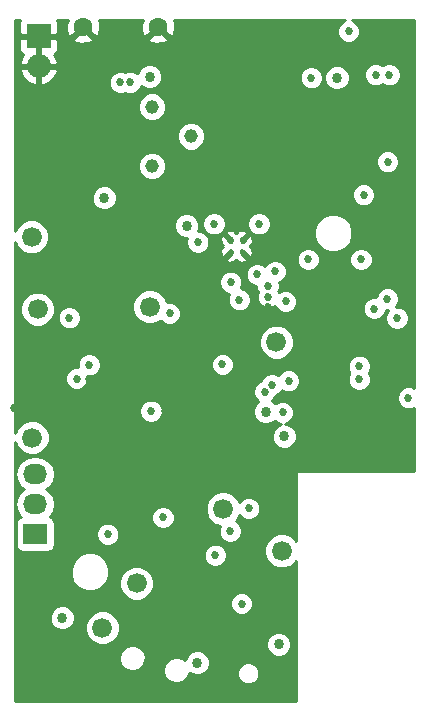
<source format=gbr>
G04 #@! TF.FileFunction,Copper,L2,Inr,Signal*
%FSLAX46Y46*%
G04 Gerber Fmt 4.6, Leading zero omitted, Abs format (unit mm)*
G04 Created by KiCad (PCBNEW 0.201602161416+6560~42~ubuntu15.10.1-product) date Wed 17 Feb 2016 02:58:19 PM EST*
%MOMM*%
G01*
G04 APERTURE LIST*
%ADD10C,0.100000*%
%ADD11R,2.032000X1.727200*%
%ADD12O,2.032000X1.727200*%
%ADD13C,1.680000*%
%ADD14C,1.150000*%
%ADD15R,2.032000X2.032000*%
%ADD16O,2.032000X2.032000*%
%ADD17C,1.600000*%
%ADD18C,0.457000*%
%ADD19C,0.863600*%
%ADD20C,0.685800*%
%ADD21C,0.254000*%
G04 APERTURE END LIST*
D10*
D11*
X126746000Y-133756400D03*
D12*
X126746000Y-131216400D03*
X126746000Y-128676400D03*
D13*
X147167600Y-117500400D03*
X126949200Y-114706400D03*
X142646400Y-131622800D03*
X135331200Y-137922000D03*
X132435600Y-141681200D03*
X147624800Y-135178800D03*
D14*
X139953000Y-100076000D03*
X136653000Y-102576000D03*
X136653000Y-97576000D03*
D15*
X127050800Y-91592400D03*
D16*
X127050800Y-94132400D03*
D17*
X137160000Y-90797000D03*
X130810000Y-90797000D03*
D13*
X126492000Y-125577600D03*
X136448800Y-114503200D03*
X126441200Y-108585000D03*
D18*
X144283400Y-109892800D03*
X143283400Y-109892800D03*
X144283400Y-108892800D03*
X143283400Y-108892800D03*
D19*
X139567000Y-107639200D03*
X136448800Y-95021400D03*
D20*
X148209000Y-120777000D03*
X155778200Y-125095000D03*
X154889200Y-125984000D03*
X134950200Y-142494000D03*
X130606800Y-111455200D03*
X142494000Y-123545600D03*
X142138400Y-138226800D03*
X131267200Y-120650000D03*
X137718800Y-123342400D03*
X124968000Y-123037600D03*
X128778000Y-120650000D03*
X136042400Y-132334000D03*
X139319000Y-147447000D03*
X136906000Y-147320000D03*
X146939000Y-147701000D03*
X143637000Y-147701000D03*
X147574000Y-145542000D03*
X135636000Y-112395000D03*
X146431000Y-114554000D03*
X129235200Y-142214600D03*
X142011400Y-102768400D03*
X143967200Y-102717600D03*
D19*
X153898600Y-126822200D03*
X141605000Y-147574000D03*
X128828800Y-100939600D03*
X144678400Y-141884400D03*
X132537200Y-147497800D03*
D20*
X137033000Y-104267000D03*
D19*
X155016200Y-91287600D03*
X132588000Y-105283000D03*
X147828000Y-125476000D03*
D20*
X144830800Y-131572000D03*
X129616200Y-115443000D03*
X138125200Y-115062000D03*
X130251200Y-120599200D03*
X132892800Y-133756400D03*
X137566400Y-132334000D03*
X145542000Y-111760000D03*
D19*
X140462000Y-144653000D03*
X147370800Y-143078200D03*
X152298400Y-95123000D03*
X146253200Y-123393200D03*
X129032000Y-140843000D03*
D20*
X144221200Y-139649200D03*
X142595600Y-119380000D03*
X136550400Y-123342400D03*
X131318000Y-119430800D03*
X143256000Y-133502400D03*
X141986000Y-135534400D03*
X134797800Y-95504000D03*
X146786335Y-121101162D03*
X133934200Y-95504000D03*
X146175679Y-121711818D03*
X145694400Y-107492800D03*
X150114000Y-95123000D03*
X143304518Y-112422682D03*
X153289000Y-91186000D03*
X144018000Y-113919000D03*
X155575000Y-94869000D03*
X156591000Y-102235000D03*
X156718000Y-94869000D03*
X147955000Y-114046000D03*
X154559000Y-105029000D03*
X146474272Y-113643272D03*
X140524520Y-109030673D03*
X141884400Y-107492800D03*
X146456400Y-112776000D03*
X154330400Y-110490000D03*
X149860000Y-110490000D03*
X147701000Y-123444000D03*
X147066000Y-111506000D03*
X158343600Y-122224800D03*
X155448000Y-114655600D03*
X157378400Y-115468400D03*
X154178000Y-119532400D03*
X154178000Y-120650000D03*
X156565600Y-113842800D03*
D21*
G36*
X125399800Y-90450090D02*
X125399800Y-91306650D01*
X125558550Y-91465400D01*
X126923800Y-91465400D01*
X126923800Y-91445400D01*
X127177800Y-91445400D01*
X127177800Y-91465400D01*
X128543050Y-91465400D01*
X128701800Y-91306650D01*
X128701800Y-90450090D01*
X128616849Y-90245000D01*
X129483527Y-90245000D01*
X129363035Y-90580223D01*
X129390222Y-91150454D01*
X129556136Y-91551005D01*
X129802255Y-91625139D01*
X130630395Y-90797000D01*
X130616252Y-90782858D01*
X130795858Y-90603253D01*
X130810000Y-90617395D01*
X130824143Y-90603253D01*
X131003748Y-90782858D01*
X130989605Y-90797000D01*
X131817745Y-91625139D01*
X132063864Y-91551005D01*
X132256965Y-91013777D01*
X132229778Y-90443546D01*
X132147537Y-90245000D01*
X135833527Y-90245000D01*
X135713035Y-90580223D01*
X135740222Y-91150454D01*
X135906136Y-91551005D01*
X136152255Y-91625139D01*
X136980395Y-90797000D01*
X136966252Y-90782858D01*
X137145858Y-90603253D01*
X137160000Y-90617395D01*
X137174143Y-90603253D01*
X137353748Y-90782858D01*
X137339605Y-90797000D01*
X138167745Y-91625139D01*
X138413864Y-91551005D01*
X138606965Y-91013777D01*
X138579778Y-90443546D01*
X138497537Y-90245000D01*
X153005623Y-90245000D01*
X152735788Y-90356493D01*
X152460460Y-90631341D01*
X152311270Y-90990630D01*
X152310931Y-91379663D01*
X152459493Y-91739212D01*
X152734341Y-92014540D01*
X153093630Y-92163730D01*
X153482663Y-92164069D01*
X153842212Y-92015507D01*
X154117540Y-91740659D01*
X154266730Y-91381370D01*
X154267069Y-90992337D01*
X154118507Y-90632788D01*
X153843659Y-90357460D01*
X153572826Y-90245000D01*
X158802000Y-90245000D01*
X158802000Y-121356290D01*
X158538970Y-121247070D01*
X158149937Y-121246731D01*
X157790388Y-121395293D01*
X157515060Y-121670141D01*
X157365870Y-122029430D01*
X157365531Y-122418463D01*
X157514093Y-122778012D01*
X157788941Y-123053340D01*
X158148230Y-123202530D01*
X158537263Y-123202869D01*
X158802000Y-123093482D01*
X158802000Y-128397000D01*
X148971000Y-128397000D01*
X148922399Y-128406667D01*
X148881197Y-128434197D01*
X148853667Y-128475399D01*
X148844000Y-128524000D01*
X148844000Y-134312342D01*
X148461411Y-133929085D01*
X147919483Y-133704057D01*
X147332692Y-133703544D01*
X146790371Y-133927627D01*
X146375085Y-134342189D01*
X146150057Y-134884117D01*
X146149544Y-135470908D01*
X146373627Y-136013229D01*
X146788189Y-136428515D01*
X147330117Y-136653543D01*
X147916908Y-136654056D01*
X148459229Y-136429973D01*
X148844000Y-136045873D01*
X148844000Y-147880000D01*
X125043000Y-147880000D01*
X125043000Y-145507824D01*
X137573808Y-145507824D01*
X137742439Y-145915943D01*
X138054415Y-146228463D01*
X138462239Y-146397807D01*
X138903824Y-146398192D01*
X139311943Y-146229561D01*
X139624463Y-145917585D01*
X139703120Y-145728157D01*
X143839837Y-145728157D01*
X143982642Y-146073772D01*
X144246837Y-146338429D01*
X144592202Y-146481837D01*
X144966157Y-146482163D01*
X145311772Y-146339358D01*
X145576429Y-146075163D01*
X145719837Y-145729798D01*
X145720163Y-145355843D01*
X145577358Y-145010228D01*
X145313163Y-144745571D01*
X144967798Y-144602163D01*
X144593843Y-144601837D01*
X144248228Y-144744642D01*
X143983571Y-145008837D01*
X143840163Y-145354202D01*
X143839837Y-145728157D01*
X139703120Y-145728157D01*
X139793807Y-145509761D01*
X139793821Y-145493656D01*
X139856917Y-145556862D01*
X140248869Y-145719615D01*
X140673269Y-145719985D01*
X141065504Y-145557916D01*
X141365862Y-145258083D01*
X141528615Y-144866131D01*
X141528985Y-144441731D01*
X141366916Y-144049496D01*
X141067083Y-143749138D01*
X140675131Y-143586385D01*
X140250731Y-143586015D01*
X139858496Y-143748084D01*
X139558138Y-144047917D01*
X139398432Y-144432532D01*
X139313585Y-144347537D01*
X138905761Y-144178193D01*
X138464176Y-144177808D01*
X138056057Y-144346439D01*
X137743537Y-144658415D01*
X137574193Y-145066239D01*
X137573808Y-145507824D01*
X125043000Y-145507824D01*
X125043000Y-144491824D01*
X133865808Y-144491824D01*
X134034439Y-144899943D01*
X134346415Y-145212463D01*
X134754239Y-145381807D01*
X135195824Y-145382192D01*
X135603943Y-145213561D01*
X135916463Y-144901585D01*
X136085807Y-144493761D01*
X136086192Y-144052176D01*
X135917561Y-143644057D01*
X135605585Y-143331537D01*
X135504275Y-143289469D01*
X146303815Y-143289469D01*
X146465884Y-143681704D01*
X146765717Y-143982062D01*
X147157669Y-144144815D01*
X147582069Y-144145185D01*
X147974304Y-143983116D01*
X148274662Y-143683283D01*
X148437415Y-143291331D01*
X148437785Y-142866931D01*
X148275716Y-142474696D01*
X147975883Y-142174338D01*
X147583931Y-142011585D01*
X147159531Y-142011215D01*
X146767296Y-142173284D01*
X146466938Y-142473117D01*
X146304185Y-142865069D01*
X146303815Y-143289469D01*
X135504275Y-143289469D01*
X135197761Y-143162193D01*
X134756176Y-143161808D01*
X134348057Y-143330439D01*
X134035537Y-143642415D01*
X133866193Y-144050239D01*
X133865808Y-144491824D01*
X125043000Y-144491824D01*
X125043000Y-141973308D01*
X130960344Y-141973308D01*
X131184427Y-142515629D01*
X131598989Y-142930915D01*
X132140917Y-143155943D01*
X132727708Y-143156456D01*
X133270029Y-142932373D01*
X133685315Y-142517811D01*
X133910343Y-141975883D01*
X133910856Y-141389092D01*
X133686773Y-140846771D01*
X133272211Y-140431485D01*
X132730283Y-140206457D01*
X132143492Y-140205944D01*
X131601171Y-140430027D01*
X131185885Y-140844589D01*
X130960857Y-141386517D01*
X130960344Y-141973308D01*
X125043000Y-141973308D01*
X125043000Y-141054269D01*
X127965015Y-141054269D01*
X128127084Y-141446504D01*
X128426917Y-141746862D01*
X128818869Y-141909615D01*
X129243269Y-141909985D01*
X129635504Y-141747916D01*
X129935862Y-141448083D01*
X130098615Y-141056131D01*
X130098985Y-140631731D01*
X129936916Y-140239496D01*
X129637083Y-139939138D01*
X129405228Y-139842863D01*
X143243131Y-139842863D01*
X143391693Y-140202412D01*
X143666541Y-140477740D01*
X144025830Y-140626930D01*
X144414863Y-140627269D01*
X144774412Y-140478707D01*
X145049740Y-140203859D01*
X145198930Y-139844570D01*
X145199269Y-139455537D01*
X145050707Y-139095988D01*
X144775859Y-138820660D01*
X144416570Y-138671470D01*
X144027537Y-138671131D01*
X143667988Y-138819693D01*
X143392660Y-139094541D01*
X143243470Y-139453830D01*
X143243131Y-139842863D01*
X129405228Y-139842863D01*
X129245131Y-139776385D01*
X128820731Y-139776015D01*
X128428496Y-139938084D01*
X128128138Y-140237917D01*
X127965385Y-140629869D01*
X127965015Y-141054269D01*
X125043000Y-141054269D01*
X125043000Y-137266795D01*
X129740716Y-137266795D01*
X129989106Y-137867943D01*
X130448637Y-138328278D01*
X131049352Y-138577716D01*
X131699795Y-138578284D01*
X132300943Y-138329894D01*
X132416931Y-138214108D01*
X133855944Y-138214108D01*
X134080027Y-138756429D01*
X134494589Y-139171715D01*
X135036517Y-139396743D01*
X135623308Y-139397256D01*
X136165629Y-139173173D01*
X136580915Y-138758611D01*
X136805943Y-138216683D01*
X136806456Y-137629892D01*
X136582373Y-137087571D01*
X136167811Y-136672285D01*
X135625883Y-136447257D01*
X135039092Y-136446744D01*
X134496771Y-136670827D01*
X134081485Y-137085389D01*
X133856457Y-137627317D01*
X133855944Y-138214108D01*
X132416931Y-138214108D01*
X132761278Y-137870363D01*
X133010716Y-137269648D01*
X133011284Y-136619205D01*
X132762894Y-136018057D01*
X132473407Y-135728063D01*
X141007931Y-135728063D01*
X141156493Y-136087612D01*
X141431341Y-136362940D01*
X141790630Y-136512130D01*
X142179663Y-136512469D01*
X142539212Y-136363907D01*
X142814540Y-136089059D01*
X142963730Y-135729770D01*
X142964069Y-135340737D01*
X142815507Y-134981188D01*
X142540659Y-134705860D01*
X142181370Y-134556670D01*
X141792337Y-134556331D01*
X141432788Y-134704893D01*
X141157460Y-134979741D01*
X141008270Y-135339030D01*
X141007931Y-135728063D01*
X132473407Y-135728063D01*
X132303363Y-135557722D01*
X131702648Y-135308284D01*
X131052205Y-135307716D01*
X130451057Y-135556106D01*
X129990722Y-136015637D01*
X129741284Y-136616352D01*
X129740716Y-137266795D01*
X125043000Y-137266795D01*
X125043000Y-128676400D01*
X125062655Y-128676400D01*
X125176729Y-129249889D01*
X125501585Y-129736070D01*
X125816366Y-129946400D01*
X125501585Y-130156730D01*
X125176729Y-130642911D01*
X125062655Y-131216400D01*
X125176729Y-131789889D01*
X125501585Y-132276070D01*
X125518566Y-132287416D01*
X125482235Y-132294643D01*
X125272191Y-132434991D01*
X125131843Y-132645035D01*
X125082560Y-132892800D01*
X125082560Y-134620000D01*
X125131843Y-134867765D01*
X125272191Y-135077809D01*
X125482235Y-135218157D01*
X125730000Y-135267440D01*
X127762000Y-135267440D01*
X128009765Y-135218157D01*
X128219809Y-135077809D01*
X128360157Y-134867765D01*
X128409440Y-134620000D01*
X128409440Y-133950063D01*
X131914731Y-133950063D01*
X132063293Y-134309612D01*
X132338141Y-134584940D01*
X132697430Y-134734130D01*
X133086463Y-134734469D01*
X133446012Y-134585907D01*
X133721340Y-134311059D01*
X133870530Y-133951770D01*
X133870869Y-133562737D01*
X133722307Y-133203188D01*
X133447459Y-132927860D01*
X133088170Y-132778670D01*
X132699137Y-132778331D01*
X132339588Y-132926893D01*
X132064260Y-133201741D01*
X131915070Y-133561030D01*
X131914731Y-133950063D01*
X128409440Y-133950063D01*
X128409440Y-132892800D01*
X128360157Y-132645035D01*
X128281731Y-132527663D01*
X136588331Y-132527663D01*
X136736893Y-132887212D01*
X137011741Y-133162540D01*
X137371030Y-133311730D01*
X137760063Y-133312069D01*
X138119612Y-133163507D01*
X138394940Y-132888659D01*
X138544130Y-132529370D01*
X138544469Y-132140337D01*
X138451325Y-131914908D01*
X141171144Y-131914908D01*
X141395227Y-132457229D01*
X141809789Y-132872515D01*
X142351717Y-133097543D01*
X142365252Y-133097555D01*
X142278270Y-133307030D01*
X142277931Y-133696063D01*
X142426493Y-134055612D01*
X142701341Y-134330940D01*
X143060630Y-134480130D01*
X143449663Y-134480469D01*
X143809212Y-134331907D01*
X144084540Y-134057059D01*
X144233730Y-133697770D01*
X144234069Y-133308737D01*
X144085507Y-132949188D01*
X143810659Y-132673860D01*
X143719295Y-132635922D01*
X143896115Y-132459411D01*
X144025018Y-132148978D01*
X144276141Y-132400540D01*
X144635430Y-132549730D01*
X145024463Y-132550069D01*
X145384012Y-132401507D01*
X145659340Y-132126659D01*
X145808530Y-131767370D01*
X145808869Y-131378337D01*
X145660307Y-131018788D01*
X145385459Y-130743460D01*
X145026170Y-130594270D01*
X144637137Y-130593931D01*
X144277588Y-130742493D01*
X144002260Y-131017341D01*
X143997208Y-131029507D01*
X143897573Y-130788371D01*
X143483011Y-130373085D01*
X142941083Y-130148057D01*
X142354292Y-130147544D01*
X141811971Y-130371627D01*
X141396685Y-130786189D01*
X141171657Y-131328117D01*
X141171144Y-131914908D01*
X138451325Y-131914908D01*
X138395907Y-131780788D01*
X138121059Y-131505460D01*
X137761770Y-131356270D01*
X137372737Y-131355931D01*
X137013188Y-131504493D01*
X136737860Y-131779341D01*
X136588670Y-132138630D01*
X136588331Y-132527663D01*
X128281731Y-132527663D01*
X128219809Y-132434991D01*
X128009765Y-132294643D01*
X127973434Y-132287416D01*
X127990415Y-132276070D01*
X128315271Y-131789889D01*
X128429345Y-131216400D01*
X128315271Y-130642911D01*
X127990415Y-130156730D01*
X127675634Y-129946400D01*
X127990415Y-129736070D01*
X128315271Y-129249889D01*
X128429345Y-128676400D01*
X128315271Y-128102911D01*
X127990415Y-127616730D01*
X127504234Y-127291874D01*
X126930745Y-127177800D01*
X126561255Y-127177800D01*
X125987766Y-127291874D01*
X125501585Y-127616730D01*
X125176729Y-128102911D01*
X125062655Y-128676400D01*
X125043000Y-128676400D01*
X125043000Y-125933252D01*
X125240827Y-126412029D01*
X125655389Y-126827315D01*
X126197317Y-127052343D01*
X126784108Y-127052856D01*
X127326429Y-126828773D01*
X127741715Y-126414211D01*
X127966743Y-125872283D01*
X127967256Y-125285492D01*
X127743173Y-124743171D01*
X127328611Y-124327885D01*
X126786683Y-124102857D01*
X126199892Y-124102344D01*
X125657571Y-124326427D01*
X125242285Y-124740989D01*
X125043000Y-125220921D01*
X125043000Y-123536063D01*
X135572331Y-123536063D01*
X135720893Y-123895612D01*
X135995741Y-124170940D01*
X136355030Y-124320130D01*
X136744063Y-124320469D01*
X137103612Y-124171907D01*
X137378940Y-123897059D01*
X137500434Y-123604469D01*
X145186215Y-123604469D01*
X145348284Y-123996704D01*
X145648117Y-124297062D01*
X146040069Y-124459815D01*
X146464469Y-124460185D01*
X146856704Y-124298116D01*
X147014564Y-124140532D01*
X147146341Y-124272540D01*
X147505630Y-124421730D01*
X147585789Y-124421800D01*
X147224496Y-124571084D01*
X146924138Y-124870917D01*
X146761385Y-125262869D01*
X146761015Y-125687269D01*
X146923084Y-126079504D01*
X147222917Y-126379862D01*
X147614869Y-126542615D01*
X148039269Y-126542985D01*
X148431504Y-126380916D01*
X148731862Y-126081083D01*
X148894615Y-125689131D01*
X148894985Y-125264731D01*
X148732916Y-124872496D01*
X148433083Y-124572138D01*
X148041131Y-124409385D01*
X147925605Y-124409284D01*
X148254212Y-124273507D01*
X148529540Y-123998659D01*
X148678730Y-123639370D01*
X148679069Y-123250337D01*
X148530507Y-122890788D01*
X148255659Y-122615460D01*
X147896370Y-122466270D01*
X147507337Y-122465931D01*
X147147788Y-122614493D01*
X147065360Y-122696777D01*
X146858283Y-122489338D01*
X146803681Y-122466665D01*
X147004219Y-122266477D01*
X147103089Y-122028371D01*
X147339547Y-121930669D01*
X147614875Y-121655821D01*
X147641214Y-121592390D01*
X147654341Y-121605540D01*
X148013630Y-121754730D01*
X148402663Y-121755069D01*
X148762212Y-121606507D01*
X149037540Y-121331659D01*
X149186730Y-120972370D01*
X149187069Y-120583337D01*
X149038507Y-120223788D01*
X148763659Y-119948460D01*
X148404370Y-119799270D01*
X148015337Y-119798931D01*
X147655788Y-119947493D01*
X147380460Y-120222341D01*
X147354121Y-120285772D01*
X147340994Y-120272622D01*
X146981705Y-120123432D01*
X146592672Y-120123093D01*
X146233123Y-120271655D01*
X145957795Y-120546503D01*
X145858925Y-120784609D01*
X145622467Y-120882311D01*
X145347139Y-121157159D01*
X145197949Y-121516448D01*
X145197610Y-121905481D01*
X145346172Y-122265030D01*
X145609296Y-122528613D01*
X145349338Y-122788117D01*
X145186585Y-123180069D01*
X145186215Y-123604469D01*
X137500434Y-123604469D01*
X137528130Y-123537770D01*
X137528469Y-123148737D01*
X137379907Y-122789188D01*
X137105059Y-122513860D01*
X136745770Y-122364670D01*
X136356737Y-122364331D01*
X135997188Y-122512893D01*
X135721860Y-122787741D01*
X135572670Y-123147030D01*
X135572331Y-123536063D01*
X125043000Y-123536063D01*
X125043000Y-120792863D01*
X129273131Y-120792863D01*
X129421693Y-121152412D01*
X129696541Y-121427740D01*
X130055830Y-121576930D01*
X130444863Y-121577269D01*
X130804412Y-121428707D01*
X131079740Y-121153859D01*
X131228930Y-120794570D01*
X131229266Y-120408623D01*
X131511663Y-120408869D01*
X131871212Y-120260307D01*
X132146540Y-119985459D01*
X132295730Y-119626170D01*
X132295775Y-119573663D01*
X141617531Y-119573663D01*
X141766093Y-119933212D01*
X142040941Y-120208540D01*
X142400230Y-120357730D01*
X142789263Y-120358069D01*
X143148812Y-120209507D01*
X143424140Y-119934659D01*
X143510756Y-119726063D01*
X153199931Y-119726063D01*
X153348493Y-120085612D01*
X153353840Y-120090968D01*
X153349460Y-120095341D01*
X153200270Y-120454630D01*
X153199931Y-120843663D01*
X153348493Y-121203212D01*
X153623341Y-121478540D01*
X153982630Y-121627730D01*
X154371663Y-121628069D01*
X154731212Y-121479507D01*
X155006540Y-121204659D01*
X155155730Y-120845370D01*
X155156069Y-120456337D01*
X155007507Y-120096788D01*
X155002160Y-120091432D01*
X155006540Y-120087059D01*
X155155730Y-119727770D01*
X155156069Y-119338737D01*
X155007507Y-118979188D01*
X154732659Y-118703860D01*
X154373370Y-118554670D01*
X153984337Y-118554331D01*
X153624788Y-118702893D01*
X153349460Y-118977741D01*
X153200270Y-119337030D01*
X153199931Y-119726063D01*
X143510756Y-119726063D01*
X143573330Y-119575370D01*
X143573669Y-119186337D01*
X143425107Y-118826788D01*
X143150259Y-118551460D01*
X142790970Y-118402270D01*
X142401937Y-118401931D01*
X142042388Y-118550493D01*
X141767060Y-118825341D01*
X141617870Y-119184630D01*
X141617531Y-119573663D01*
X132295775Y-119573663D01*
X132296069Y-119237137D01*
X132147507Y-118877588D01*
X131872659Y-118602260D01*
X131513370Y-118453070D01*
X131124337Y-118452731D01*
X130764788Y-118601293D01*
X130489460Y-118876141D01*
X130340270Y-119235430D01*
X130339934Y-119621377D01*
X130057537Y-119621131D01*
X129697988Y-119769693D01*
X129422660Y-120044541D01*
X129273470Y-120403830D01*
X129273131Y-120792863D01*
X125043000Y-120792863D01*
X125043000Y-117792508D01*
X145692344Y-117792508D01*
X145916427Y-118334829D01*
X146330989Y-118750115D01*
X146872917Y-118975143D01*
X147459708Y-118975656D01*
X148002029Y-118751573D01*
X148417315Y-118337011D01*
X148642343Y-117795083D01*
X148642856Y-117208292D01*
X148418773Y-116665971D01*
X148004211Y-116250685D01*
X147462283Y-116025657D01*
X146875492Y-116025144D01*
X146333171Y-116249227D01*
X145917885Y-116663789D01*
X145692857Y-117205717D01*
X145692344Y-117792508D01*
X125043000Y-117792508D01*
X125043000Y-114998508D01*
X125473944Y-114998508D01*
X125698027Y-115540829D01*
X126112589Y-115956115D01*
X126654517Y-116181143D01*
X127241308Y-116181656D01*
X127783629Y-115957573D01*
X128105099Y-115636663D01*
X128638131Y-115636663D01*
X128786693Y-115996212D01*
X129061541Y-116271540D01*
X129420830Y-116420730D01*
X129809863Y-116421069D01*
X130169412Y-116272507D01*
X130444740Y-115997659D01*
X130593930Y-115638370D01*
X130594269Y-115249337D01*
X130445707Y-114889788D01*
X130351392Y-114795308D01*
X134973544Y-114795308D01*
X135197627Y-115337629D01*
X135612189Y-115752915D01*
X136154117Y-115977943D01*
X136740908Y-115978456D01*
X137283229Y-115754373D01*
X137359052Y-115678682D01*
X137570541Y-115890540D01*
X137929830Y-116039730D01*
X138318863Y-116040069D01*
X138678412Y-115891507D01*
X138953740Y-115616659D01*
X139102930Y-115257370D01*
X139103269Y-114868337D01*
X138954707Y-114508788D01*
X138679859Y-114233460D01*
X138320570Y-114084270D01*
X137931537Y-114083931D01*
X137880267Y-114105115D01*
X137699973Y-113668771D01*
X137285411Y-113253485D01*
X136743483Y-113028457D01*
X136156692Y-113027944D01*
X135614371Y-113252027D01*
X135199085Y-113666589D01*
X134974057Y-114208517D01*
X134973544Y-114795308D01*
X130351392Y-114795308D01*
X130170859Y-114614460D01*
X129811570Y-114465270D01*
X129422537Y-114464931D01*
X129062988Y-114613493D01*
X128787660Y-114888341D01*
X128638470Y-115247630D01*
X128638131Y-115636663D01*
X128105099Y-115636663D01*
X128198915Y-115543011D01*
X128423943Y-115001083D01*
X128424456Y-114414292D01*
X128200373Y-113871971D01*
X127785811Y-113456685D01*
X127243883Y-113231657D01*
X126657092Y-113231144D01*
X126114771Y-113455227D01*
X125699485Y-113869789D01*
X125474457Y-114411717D01*
X125473944Y-114998508D01*
X125043000Y-114998508D01*
X125043000Y-112616345D01*
X142326449Y-112616345D01*
X142475011Y-112975894D01*
X142749859Y-113251222D01*
X143109148Y-113400412D01*
X143174458Y-113400469D01*
X143040270Y-113723630D01*
X143039931Y-114112663D01*
X143188493Y-114472212D01*
X143463341Y-114747540D01*
X143822630Y-114896730D01*
X144211663Y-114897069D01*
X144571212Y-114748507D01*
X144846540Y-114473659D01*
X144995730Y-114114370D01*
X144996069Y-113725337D01*
X144847507Y-113365788D01*
X144572659Y-113090460D01*
X144213370Y-112941270D01*
X144148060Y-112941213D01*
X144282248Y-112618052D01*
X144282587Y-112229019D01*
X144168813Y-111953663D01*
X144563931Y-111953663D01*
X144712493Y-112313212D01*
X144987341Y-112588540D01*
X145346630Y-112737730D01*
X145478533Y-112737845D01*
X145478331Y-112969663D01*
X145586460Y-113231356D01*
X145496542Y-113447902D01*
X145496203Y-113836935D01*
X145644765Y-114196484D01*
X145919613Y-114471812D01*
X146278902Y-114621002D01*
X146667935Y-114621341D01*
X147027484Y-114472779D01*
X147059887Y-114440433D01*
X147125493Y-114599212D01*
X147400341Y-114874540D01*
X147759630Y-115023730D01*
X148148663Y-115024069D01*
X148508212Y-114875507D01*
X148534501Y-114849263D01*
X154469931Y-114849263D01*
X154618493Y-115208812D01*
X154893341Y-115484140D01*
X155252630Y-115633330D01*
X155641663Y-115633669D01*
X156001212Y-115485107D01*
X156276540Y-115210259D01*
X156425730Y-114850970D01*
X156425756Y-114820578D01*
X156642996Y-114820768D01*
X156549860Y-114913741D01*
X156400670Y-115273030D01*
X156400331Y-115662063D01*
X156548893Y-116021612D01*
X156823741Y-116296940D01*
X157183030Y-116446130D01*
X157572063Y-116446469D01*
X157931612Y-116297907D01*
X158206940Y-116023059D01*
X158356130Y-115663770D01*
X158356469Y-115274737D01*
X158207907Y-114915188D01*
X157933059Y-114639860D01*
X157573770Y-114490670D01*
X157301004Y-114490432D01*
X157394140Y-114397459D01*
X157543330Y-114038170D01*
X157543669Y-113649137D01*
X157395107Y-113289588D01*
X157120259Y-113014260D01*
X156760970Y-112865070D01*
X156371937Y-112864731D01*
X156012388Y-113013293D01*
X155737060Y-113288141D01*
X155587870Y-113647430D01*
X155587844Y-113677822D01*
X155254337Y-113677531D01*
X154894788Y-113826093D01*
X154619460Y-114100941D01*
X154470270Y-114460230D01*
X154469931Y-114849263D01*
X148534501Y-114849263D01*
X148783540Y-114600659D01*
X148932730Y-114241370D01*
X148933069Y-113852337D01*
X148784507Y-113492788D01*
X148509659Y-113217460D01*
X148150370Y-113068270D01*
X147761337Y-113067931D01*
X147401788Y-113216493D01*
X147369385Y-113248839D01*
X147344212Y-113187916D01*
X147434130Y-112971370D01*
X147434469Y-112582337D01*
X147374295Y-112436704D01*
X147619212Y-112335507D01*
X147894540Y-112060659D01*
X148043730Y-111701370D01*
X148044069Y-111312337D01*
X147895507Y-110952788D01*
X147626852Y-110683663D01*
X148881931Y-110683663D01*
X149030493Y-111043212D01*
X149305341Y-111318540D01*
X149664630Y-111467730D01*
X150053663Y-111468069D01*
X150413212Y-111319507D01*
X150688540Y-111044659D01*
X150837730Y-110685370D01*
X150837731Y-110683663D01*
X153352331Y-110683663D01*
X153500893Y-111043212D01*
X153775741Y-111318540D01*
X154135030Y-111467730D01*
X154524063Y-111468069D01*
X154883612Y-111319507D01*
X155158940Y-111044659D01*
X155308130Y-110685370D01*
X155308469Y-110296337D01*
X155159907Y-109936788D01*
X154885059Y-109661460D01*
X154525770Y-109512270D01*
X154136737Y-109511931D01*
X153777188Y-109660493D01*
X153501860Y-109935341D01*
X153352670Y-110294630D01*
X153352331Y-110683663D01*
X150837731Y-110683663D01*
X150838069Y-110296337D01*
X150689507Y-109936788D01*
X150414659Y-109661460D01*
X150055370Y-109512270D01*
X149666337Y-109511931D01*
X149306788Y-109660493D01*
X149031460Y-109935341D01*
X148882270Y-110294630D01*
X148881931Y-110683663D01*
X147626852Y-110683663D01*
X147620659Y-110677460D01*
X147261370Y-110528270D01*
X146872337Y-110527931D01*
X146512788Y-110676493D01*
X146237460Y-110951341D01*
X146201928Y-111036912D01*
X146096659Y-110931460D01*
X145737370Y-110782270D01*
X145348337Y-110781931D01*
X144988788Y-110930493D01*
X144713460Y-111205341D01*
X144564270Y-111564630D01*
X144563931Y-111953663D01*
X144168813Y-111953663D01*
X144134025Y-111869470D01*
X143859177Y-111594142D01*
X143499888Y-111444952D01*
X143110855Y-111444613D01*
X142751306Y-111593175D01*
X142475978Y-111868023D01*
X142326788Y-112227312D01*
X142326449Y-112616345D01*
X125043000Y-112616345D01*
X125043000Y-109063597D01*
X125190027Y-109419429D01*
X125604589Y-109834715D01*
X126146517Y-110059743D01*
X126733308Y-110060256D01*
X127275629Y-109836173D01*
X127690915Y-109421611D01*
X127915943Y-108879683D01*
X127916456Y-108292892D01*
X127733651Y-107850469D01*
X138500015Y-107850469D01*
X138662084Y-108242704D01*
X138961917Y-108543062D01*
X139353869Y-108705815D01*
X139600469Y-108706030D01*
X139546790Y-108835303D01*
X139546451Y-109224336D01*
X139695013Y-109583885D01*
X139969861Y-109859213D01*
X140329150Y-110008403D01*
X140718183Y-110008742D01*
X141077732Y-109860180D01*
X141353060Y-109585332D01*
X141502250Y-109226043D01*
X141502589Y-108837010D01*
X141487339Y-108800101D01*
X142407876Y-108800101D01*
X142439047Y-109142206D01*
X142509996Y-109313491D01*
X142619744Y-109314876D01*
X142572806Y-109361814D01*
X142603792Y-109392800D01*
X142572806Y-109423786D01*
X142619744Y-109470724D01*
X142509996Y-109472109D01*
X142407876Y-109800101D01*
X142439047Y-110142206D01*
X142509996Y-110313491D01*
X142698753Y-110315873D01*
X143121826Y-109892800D01*
X143098668Y-109869642D01*
X143200917Y-109767393D01*
X143352107Y-109753617D01*
X143408807Y-109810317D01*
X143422583Y-109961507D01*
X143306558Y-110077532D01*
X143283400Y-110054374D01*
X142860327Y-110477447D01*
X142862709Y-110666204D01*
X143190701Y-110768324D01*
X143532806Y-110737153D01*
X143704091Y-110666204D01*
X143705476Y-110556456D01*
X143752414Y-110603394D01*
X143783400Y-110572408D01*
X143814386Y-110603394D01*
X143861324Y-110556456D01*
X143862709Y-110666204D01*
X144190701Y-110768324D01*
X144532806Y-110737153D01*
X144704091Y-110666204D01*
X144706473Y-110477447D01*
X144283400Y-110054374D01*
X144260242Y-110077532D01*
X144157993Y-109975283D01*
X144144217Y-109824093D01*
X144200917Y-109767393D01*
X144352107Y-109753617D01*
X144468132Y-109869642D01*
X144444974Y-109892800D01*
X144868047Y-110315873D01*
X145056804Y-110313491D01*
X145158924Y-109985499D01*
X145127753Y-109643394D01*
X145056804Y-109472109D01*
X144947056Y-109470724D01*
X144993994Y-109423786D01*
X144963008Y-109392800D01*
X144993994Y-109361814D01*
X144947056Y-109314876D01*
X145056804Y-109313491D01*
X145158924Y-108985499D01*
X145127753Y-108643394D01*
X145100167Y-108576795D01*
X150340716Y-108576795D01*
X150589106Y-109177943D01*
X151048637Y-109638278D01*
X151649352Y-109887716D01*
X152299795Y-109888284D01*
X152900943Y-109639894D01*
X153361278Y-109180363D01*
X153610716Y-108579648D01*
X153611284Y-107929205D01*
X153362894Y-107328057D01*
X152903363Y-106867722D01*
X152302648Y-106618284D01*
X151652205Y-106617716D01*
X151051057Y-106866106D01*
X150590722Y-107325637D01*
X150341284Y-107926352D01*
X150340716Y-108576795D01*
X145100167Y-108576795D01*
X145056804Y-108472109D01*
X144868047Y-108469727D01*
X144444974Y-108892800D01*
X144468132Y-108915958D01*
X144365883Y-109018207D01*
X144214693Y-109031983D01*
X144157993Y-108975283D01*
X144144217Y-108824093D01*
X144260242Y-108708068D01*
X144283400Y-108731226D01*
X144706473Y-108308153D01*
X144704091Y-108119396D01*
X144376099Y-108017276D01*
X144033994Y-108048447D01*
X143862709Y-108119396D01*
X143861324Y-108229144D01*
X143814386Y-108182206D01*
X143783400Y-108213192D01*
X143752414Y-108182206D01*
X143705476Y-108229144D01*
X143704091Y-108119396D01*
X143376099Y-108017276D01*
X143033994Y-108048447D01*
X142862709Y-108119396D01*
X142860327Y-108308153D01*
X143283400Y-108731226D01*
X143306558Y-108708068D01*
X143408807Y-108810317D01*
X143422583Y-108961507D01*
X143365883Y-109018207D01*
X143214693Y-109031983D01*
X143098668Y-108915958D01*
X143121826Y-108892800D01*
X142698753Y-108469727D01*
X142509996Y-108472109D01*
X142407876Y-108800101D01*
X141487339Y-108800101D01*
X141354027Y-108477461D01*
X141079179Y-108202133D01*
X140719890Y-108052943D01*
X140550375Y-108052795D01*
X140633615Y-107852331D01*
X140633759Y-107686463D01*
X140906331Y-107686463D01*
X141054893Y-108046012D01*
X141329741Y-108321340D01*
X141689030Y-108470530D01*
X142078063Y-108470869D01*
X142437612Y-108322307D01*
X142712940Y-108047459D01*
X142862130Y-107688170D01*
X142862131Y-107686463D01*
X144716331Y-107686463D01*
X144864893Y-108046012D01*
X145139741Y-108321340D01*
X145499030Y-108470530D01*
X145888063Y-108470869D01*
X146247612Y-108322307D01*
X146522940Y-108047459D01*
X146672130Y-107688170D01*
X146672469Y-107299137D01*
X146523907Y-106939588D01*
X146249059Y-106664260D01*
X145889770Y-106515070D01*
X145500737Y-106514731D01*
X145141188Y-106663293D01*
X144865860Y-106938141D01*
X144716670Y-107297430D01*
X144716331Y-107686463D01*
X142862131Y-107686463D01*
X142862469Y-107299137D01*
X142713907Y-106939588D01*
X142439059Y-106664260D01*
X142079770Y-106515070D01*
X141690737Y-106514731D01*
X141331188Y-106663293D01*
X141055860Y-106938141D01*
X140906670Y-107297430D01*
X140906331Y-107686463D01*
X140633759Y-107686463D01*
X140633985Y-107427931D01*
X140471916Y-107035696D01*
X140172083Y-106735338D01*
X139780131Y-106572585D01*
X139355731Y-106572215D01*
X138963496Y-106734284D01*
X138663138Y-107034117D01*
X138500385Y-107426069D01*
X138500015Y-107850469D01*
X127733651Y-107850469D01*
X127692373Y-107750571D01*
X127277811Y-107335285D01*
X126735883Y-107110257D01*
X126149092Y-107109744D01*
X125606771Y-107333827D01*
X125191485Y-107748389D01*
X125043000Y-108105981D01*
X125043000Y-105494269D01*
X131521015Y-105494269D01*
X131683084Y-105886504D01*
X131982917Y-106186862D01*
X132374869Y-106349615D01*
X132799269Y-106349985D01*
X133191504Y-106187916D01*
X133491862Y-105888083D01*
X133654615Y-105496131D01*
X133654853Y-105222663D01*
X153580931Y-105222663D01*
X153729493Y-105582212D01*
X154004341Y-105857540D01*
X154363630Y-106006730D01*
X154752663Y-106007069D01*
X155112212Y-105858507D01*
X155387540Y-105583659D01*
X155536730Y-105224370D01*
X155537069Y-104835337D01*
X155388507Y-104475788D01*
X155113659Y-104200460D01*
X154754370Y-104051270D01*
X154365337Y-104050931D01*
X154005788Y-104199493D01*
X153730460Y-104474341D01*
X153581270Y-104833630D01*
X153580931Y-105222663D01*
X133654853Y-105222663D01*
X133654985Y-105071731D01*
X133492916Y-104679496D01*
X133193083Y-104379138D01*
X132801131Y-104216385D01*
X132376731Y-104216015D01*
X131984496Y-104378084D01*
X131684138Y-104677917D01*
X131521385Y-105069869D01*
X131521015Y-105494269D01*
X125043000Y-105494269D01*
X125043000Y-102815628D01*
X135442791Y-102815628D01*
X135626614Y-103260514D01*
X135966695Y-103601190D01*
X136411260Y-103785789D01*
X136892628Y-103786209D01*
X137337514Y-103602386D01*
X137678190Y-103262305D01*
X137862789Y-102817740D01*
X137863128Y-102428663D01*
X155612931Y-102428663D01*
X155761493Y-102788212D01*
X156036341Y-103063540D01*
X156395630Y-103212730D01*
X156784663Y-103213069D01*
X157144212Y-103064507D01*
X157419540Y-102789659D01*
X157568730Y-102430370D01*
X157569069Y-102041337D01*
X157420507Y-101681788D01*
X157145659Y-101406460D01*
X156786370Y-101257270D01*
X156397337Y-101256931D01*
X156037788Y-101405493D01*
X155762460Y-101680341D01*
X155613270Y-102039630D01*
X155612931Y-102428663D01*
X137863128Y-102428663D01*
X137863209Y-102336372D01*
X137679386Y-101891486D01*
X137339305Y-101550810D01*
X136894740Y-101366211D01*
X136413372Y-101365791D01*
X135968486Y-101549614D01*
X135627810Y-101889695D01*
X135443211Y-102334260D01*
X135442791Y-102815628D01*
X125043000Y-102815628D01*
X125043000Y-100315628D01*
X138742791Y-100315628D01*
X138926614Y-100760514D01*
X139266695Y-101101190D01*
X139711260Y-101285789D01*
X140192628Y-101286209D01*
X140637514Y-101102386D01*
X140978190Y-100762305D01*
X141162789Y-100317740D01*
X141163209Y-99836372D01*
X140979386Y-99391486D01*
X140639305Y-99050810D01*
X140194740Y-98866211D01*
X139713372Y-98865791D01*
X139268486Y-99049614D01*
X138927810Y-99389695D01*
X138743211Y-99834260D01*
X138742791Y-100315628D01*
X125043000Y-100315628D01*
X125043000Y-97815628D01*
X135442791Y-97815628D01*
X135626614Y-98260514D01*
X135966695Y-98601190D01*
X136411260Y-98785789D01*
X136892628Y-98786209D01*
X137337514Y-98602386D01*
X137678190Y-98262305D01*
X137862789Y-97817740D01*
X137863209Y-97336372D01*
X137679386Y-96891486D01*
X137339305Y-96550810D01*
X136894740Y-96366211D01*
X136413372Y-96365791D01*
X135968486Y-96549614D01*
X135627810Y-96889695D01*
X135443211Y-97334260D01*
X135442791Y-97815628D01*
X125043000Y-97815628D01*
X125043000Y-94515344D01*
X125444825Y-94515344D01*
X125644415Y-94997218D01*
X126082421Y-95469588D01*
X126667854Y-95738383D01*
X126923800Y-95619767D01*
X126923800Y-94259400D01*
X127177800Y-94259400D01*
X127177800Y-95619767D01*
X127433746Y-95738383D01*
X127522433Y-95697663D01*
X132956131Y-95697663D01*
X133104693Y-96057212D01*
X133379541Y-96332540D01*
X133738830Y-96481730D01*
X134127863Y-96482069D01*
X134366142Y-96383615D01*
X134602430Y-96481730D01*
X134991463Y-96482069D01*
X135351012Y-96333507D01*
X135626340Y-96058659D01*
X135729317Y-95810662D01*
X135843717Y-95925262D01*
X136235669Y-96088015D01*
X136660069Y-96088385D01*
X137052304Y-95926316D01*
X137352662Y-95626483D01*
X137481310Y-95316663D01*
X149135931Y-95316663D01*
X149284493Y-95676212D01*
X149559341Y-95951540D01*
X149918630Y-96100730D01*
X150307663Y-96101069D01*
X150667212Y-95952507D01*
X150942540Y-95677659D01*
X151085128Y-95334269D01*
X151231415Y-95334269D01*
X151393484Y-95726504D01*
X151693317Y-96026862D01*
X152085269Y-96189615D01*
X152509669Y-96189985D01*
X152901904Y-96027916D01*
X153202262Y-95728083D01*
X153365015Y-95336131D01*
X153365253Y-95062663D01*
X154596931Y-95062663D01*
X154745493Y-95422212D01*
X155020341Y-95697540D01*
X155379630Y-95846730D01*
X155768663Y-95847069D01*
X156128212Y-95698507D01*
X156146291Y-95680460D01*
X156163341Y-95697540D01*
X156522630Y-95846730D01*
X156911663Y-95847069D01*
X157271212Y-95698507D01*
X157546540Y-95423659D01*
X157695730Y-95064370D01*
X157696069Y-94675337D01*
X157547507Y-94315788D01*
X157272659Y-94040460D01*
X156913370Y-93891270D01*
X156524337Y-93890931D01*
X156164788Y-94039493D01*
X156146709Y-94057540D01*
X156129659Y-94040460D01*
X155770370Y-93891270D01*
X155381337Y-93890931D01*
X155021788Y-94039493D01*
X154746460Y-94314341D01*
X154597270Y-94673630D01*
X154596931Y-95062663D01*
X153365253Y-95062663D01*
X153365385Y-94911731D01*
X153203316Y-94519496D01*
X152903483Y-94219138D01*
X152511531Y-94056385D01*
X152087131Y-94056015D01*
X151694896Y-94218084D01*
X151394538Y-94517917D01*
X151231785Y-94909869D01*
X151231415Y-95334269D01*
X151085128Y-95334269D01*
X151091730Y-95318370D01*
X151092069Y-94929337D01*
X150943507Y-94569788D01*
X150668659Y-94294460D01*
X150309370Y-94145270D01*
X149920337Y-94144931D01*
X149560788Y-94293493D01*
X149285460Y-94568341D01*
X149136270Y-94927630D01*
X149135931Y-95316663D01*
X137481310Y-95316663D01*
X137515415Y-95234531D01*
X137515785Y-94810131D01*
X137353716Y-94417896D01*
X137053883Y-94117538D01*
X136661931Y-93954785D01*
X136237531Y-93954415D01*
X135845296Y-94116484D01*
X135544938Y-94416317D01*
X135412399Y-94735505D01*
X135352459Y-94675460D01*
X134993170Y-94526270D01*
X134604137Y-94525931D01*
X134365858Y-94624385D01*
X134129570Y-94526270D01*
X133740537Y-94525931D01*
X133380988Y-94674493D01*
X133105660Y-94949341D01*
X132956470Y-95308630D01*
X132956131Y-95697663D01*
X127522433Y-95697663D01*
X128019179Y-95469588D01*
X128457185Y-94997218D01*
X128656775Y-94515344D01*
X128537636Y-94259400D01*
X127177800Y-94259400D01*
X126923800Y-94259400D01*
X125563964Y-94259400D01*
X125444825Y-94515344D01*
X125043000Y-94515344D01*
X125043000Y-91878150D01*
X125399800Y-91878150D01*
X125399800Y-92734710D01*
X125496473Y-92968099D01*
X125675102Y-93146727D01*
X125733896Y-93171080D01*
X125644415Y-93267582D01*
X125444825Y-93749456D01*
X125563964Y-94005400D01*
X126923800Y-94005400D01*
X126923800Y-91719400D01*
X127177800Y-91719400D01*
X127177800Y-94005400D01*
X128537636Y-94005400D01*
X128656775Y-93749456D01*
X128457185Y-93267582D01*
X128367704Y-93171080D01*
X128426498Y-93146727D01*
X128605127Y-92968099D01*
X128701800Y-92734710D01*
X128701800Y-91878150D01*
X128628395Y-91804745D01*
X129981861Y-91804745D01*
X130055995Y-92050864D01*
X130593223Y-92243965D01*
X131163454Y-92216778D01*
X131564005Y-92050864D01*
X131638139Y-91804745D01*
X136331861Y-91804745D01*
X136405995Y-92050864D01*
X136943223Y-92243965D01*
X137513454Y-92216778D01*
X137914005Y-92050864D01*
X137988139Y-91804745D01*
X137160000Y-90976605D01*
X136331861Y-91804745D01*
X131638139Y-91804745D01*
X130810000Y-90976605D01*
X129981861Y-91804745D01*
X128628395Y-91804745D01*
X128543050Y-91719400D01*
X127177800Y-91719400D01*
X126923800Y-91719400D01*
X125558550Y-91719400D01*
X125399800Y-91878150D01*
X125043000Y-91878150D01*
X125043000Y-90245000D01*
X125484751Y-90245000D01*
X125399800Y-90450090D01*
X125399800Y-90450090D01*
G37*
X125399800Y-90450090D02*
X125399800Y-91306650D01*
X125558550Y-91465400D01*
X126923800Y-91465400D01*
X126923800Y-91445400D01*
X127177800Y-91445400D01*
X127177800Y-91465400D01*
X128543050Y-91465400D01*
X128701800Y-91306650D01*
X128701800Y-90450090D01*
X128616849Y-90245000D01*
X129483527Y-90245000D01*
X129363035Y-90580223D01*
X129390222Y-91150454D01*
X129556136Y-91551005D01*
X129802255Y-91625139D01*
X130630395Y-90797000D01*
X130616252Y-90782858D01*
X130795858Y-90603253D01*
X130810000Y-90617395D01*
X130824143Y-90603253D01*
X131003748Y-90782858D01*
X130989605Y-90797000D01*
X131817745Y-91625139D01*
X132063864Y-91551005D01*
X132256965Y-91013777D01*
X132229778Y-90443546D01*
X132147537Y-90245000D01*
X135833527Y-90245000D01*
X135713035Y-90580223D01*
X135740222Y-91150454D01*
X135906136Y-91551005D01*
X136152255Y-91625139D01*
X136980395Y-90797000D01*
X136966252Y-90782858D01*
X137145858Y-90603253D01*
X137160000Y-90617395D01*
X137174143Y-90603253D01*
X137353748Y-90782858D01*
X137339605Y-90797000D01*
X138167745Y-91625139D01*
X138413864Y-91551005D01*
X138606965Y-91013777D01*
X138579778Y-90443546D01*
X138497537Y-90245000D01*
X153005623Y-90245000D01*
X152735788Y-90356493D01*
X152460460Y-90631341D01*
X152311270Y-90990630D01*
X152310931Y-91379663D01*
X152459493Y-91739212D01*
X152734341Y-92014540D01*
X153093630Y-92163730D01*
X153482663Y-92164069D01*
X153842212Y-92015507D01*
X154117540Y-91740659D01*
X154266730Y-91381370D01*
X154267069Y-90992337D01*
X154118507Y-90632788D01*
X153843659Y-90357460D01*
X153572826Y-90245000D01*
X158802000Y-90245000D01*
X158802000Y-121356290D01*
X158538970Y-121247070D01*
X158149937Y-121246731D01*
X157790388Y-121395293D01*
X157515060Y-121670141D01*
X157365870Y-122029430D01*
X157365531Y-122418463D01*
X157514093Y-122778012D01*
X157788941Y-123053340D01*
X158148230Y-123202530D01*
X158537263Y-123202869D01*
X158802000Y-123093482D01*
X158802000Y-128397000D01*
X148971000Y-128397000D01*
X148922399Y-128406667D01*
X148881197Y-128434197D01*
X148853667Y-128475399D01*
X148844000Y-128524000D01*
X148844000Y-134312342D01*
X148461411Y-133929085D01*
X147919483Y-133704057D01*
X147332692Y-133703544D01*
X146790371Y-133927627D01*
X146375085Y-134342189D01*
X146150057Y-134884117D01*
X146149544Y-135470908D01*
X146373627Y-136013229D01*
X146788189Y-136428515D01*
X147330117Y-136653543D01*
X147916908Y-136654056D01*
X148459229Y-136429973D01*
X148844000Y-136045873D01*
X148844000Y-147880000D01*
X125043000Y-147880000D01*
X125043000Y-145507824D01*
X137573808Y-145507824D01*
X137742439Y-145915943D01*
X138054415Y-146228463D01*
X138462239Y-146397807D01*
X138903824Y-146398192D01*
X139311943Y-146229561D01*
X139624463Y-145917585D01*
X139703120Y-145728157D01*
X143839837Y-145728157D01*
X143982642Y-146073772D01*
X144246837Y-146338429D01*
X144592202Y-146481837D01*
X144966157Y-146482163D01*
X145311772Y-146339358D01*
X145576429Y-146075163D01*
X145719837Y-145729798D01*
X145720163Y-145355843D01*
X145577358Y-145010228D01*
X145313163Y-144745571D01*
X144967798Y-144602163D01*
X144593843Y-144601837D01*
X144248228Y-144744642D01*
X143983571Y-145008837D01*
X143840163Y-145354202D01*
X143839837Y-145728157D01*
X139703120Y-145728157D01*
X139793807Y-145509761D01*
X139793821Y-145493656D01*
X139856917Y-145556862D01*
X140248869Y-145719615D01*
X140673269Y-145719985D01*
X141065504Y-145557916D01*
X141365862Y-145258083D01*
X141528615Y-144866131D01*
X141528985Y-144441731D01*
X141366916Y-144049496D01*
X141067083Y-143749138D01*
X140675131Y-143586385D01*
X140250731Y-143586015D01*
X139858496Y-143748084D01*
X139558138Y-144047917D01*
X139398432Y-144432532D01*
X139313585Y-144347537D01*
X138905761Y-144178193D01*
X138464176Y-144177808D01*
X138056057Y-144346439D01*
X137743537Y-144658415D01*
X137574193Y-145066239D01*
X137573808Y-145507824D01*
X125043000Y-145507824D01*
X125043000Y-144491824D01*
X133865808Y-144491824D01*
X134034439Y-144899943D01*
X134346415Y-145212463D01*
X134754239Y-145381807D01*
X135195824Y-145382192D01*
X135603943Y-145213561D01*
X135916463Y-144901585D01*
X136085807Y-144493761D01*
X136086192Y-144052176D01*
X135917561Y-143644057D01*
X135605585Y-143331537D01*
X135504275Y-143289469D01*
X146303815Y-143289469D01*
X146465884Y-143681704D01*
X146765717Y-143982062D01*
X147157669Y-144144815D01*
X147582069Y-144145185D01*
X147974304Y-143983116D01*
X148274662Y-143683283D01*
X148437415Y-143291331D01*
X148437785Y-142866931D01*
X148275716Y-142474696D01*
X147975883Y-142174338D01*
X147583931Y-142011585D01*
X147159531Y-142011215D01*
X146767296Y-142173284D01*
X146466938Y-142473117D01*
X146304185Y-142865069D01*
X146303815Y-143289469D01*
X135504275Y-143289469D01*
X135197761Y-143162193D01*
X134756176Y-143161808D01*
X134348057Y-143330439D01*
X134035537Y-143642415D01*
X133866193Y-144050239D01*
X133865808Y-144491824D01*
X125043000Y-144491824D01*
X125043000Y-141973308D01*
X130960344Y-141973308D01*
X131184427Y-142515629D01*
X131598989Y-142930915D01*
X132140917Y-143155943D01*
X132727708Y-143156456D01*
X133270029Y-142932373D01*
X133685315Y-142517811D01*
X133910343Y-141975883D01*
X133910856Y-141389092D01*
X133686773Y-140846771D01*
X133272211Y-140431485D01*
X132730283Y-140206457D01*
X132143492Y-140205944D01*
X131601171Y-140430027D01*
X131185885Y-140844589D01*
X130960857Y-141386517D01*
X130960344Y-141973308D01*
X125043000Y-141973308D01*
X125043000Y-141054269D01*
X127965015Y-141054269D01*
X128127084Y-141446504D01*
X128426917Y-141746862D01*
X128818869Y-141909615D01*
X129243269Y-141909985D01*
X129635504Y-141747916D01*
X129935862Y-141448083D01*
X130098615Y-141056131D01*
X130098985Y-140631731D01*
X129936916Y-140239496D01*
X129637083Y-139939138D01*
X129405228Y-139842863D01*
X143243131Y-139842863D01*
X143391693Y-140202412D01*
X143666541Y-140477740D01*
X144025830Y-140626930D01*
X144414863Y-140627269D01*
X144774412Y-140478707D01*
X145049740Y-140203859D01*
X145198930Y-139844570D01*
X145199269Y-139455537D01*
X145050707Y-139095988D01*
X144775859Y-138820660D01*
X144416570Y-138671470D01*
X144027537Y-138671131D01*
X143667988Y-138819693D01*
X143392660Y-139094541D01*
X143243470Y-139453830D01*
X143243131Y-139842863D01*
X129405228Y-139842863D01*
X129245131Y-139776385D01*
X128820731Y-139776015D01*
X128428496Y-139938084D01*
X128128138Y-140237917D01*
X127965385Y-140629869D01*
X127965015Y-141054269D01*
X125043000Y-141054269D01*
X125043000Y-137266795D01*
X129740716Y-137266795D01*
X129989106Y-137867943D01*
X130448637Y-138328278D01*
X131049352Y-138577716D01*
X131699795Y-138578284D01*
X132300943Y-138329894D01*
X132416931Y-138214108D01*
X133855944Y-138214108D01*
X134080027Y-138756429D01*
X134494589Y-139171715D01*
X135036517Y-139396743D01*
X135623308Y-139397256D01*
X136165629Y-139173173D01*
X136580915Y-138758611D01*
X136805943Y-138216683D01*
X136806456Y-137629892D01*
X136582373Y-137087571D01*
X136167811Y-136672285D01*
X135625883Y-136447257D01*
X135039092Y-136446744D01*
X134496771Y-136670827D01*
X134081485Y-137085389D01*
X133856457Y-137627317D01*
X133855944Y-138214108D01*
X132416931Y-138214108D01*
X132761278Y-137870363D01*
X133010716Y-137269648D01*
X133011284Y-136619205D01*
X132762894Y-136018057D01*
X132473407Y-135728063D01*
X141007931Y-135728063D01*
X141156493Y-136087612D01*
X141431341Y-136362940D01*
X141790630Y-136512130D01*
X142179663Y-136512469D01*
X142539212Y-136363907D01*
X142814540Y-136089059D01*
X142963730Y-135729770D01*
X142964069Y-135340737D01*
X142815507Y-134981188D01*
X142540659Y-134705860D01*
X142181370Y-134556670D01*
X141792337Y-134556331D01*
X141432788Y-134704893D01*
X141157460Y-134979741D01*
X141008270Y-135339030D01*
X141007931Y-135728063D01*
X132473407Y-135728063D01*
X132303363Y-135557722D01*
X131702648Y-135308284D01*
X131052205Y-135307716D01*
X130451057Y-135556106D01*
X129990722Y-136015637D01*
X129741284Y-136616352D01*
X129740716Y-137266795D01*
X125043000Y-137266795D01*
X125043000Y-128676400D01*
X125062655Y-128676400D01*
X125176729Y-129249889D01*
X125501585Y-129736070D01*
X125816366Y-129946400D01*
X125501585Y-130156730D01*
X125176729Y-130642911D01*
X125062655Y-131216400D01*
X125176729Y-131789889D01*
X125501585Y-132276070D01*
X125518566Y-132287416D01*
X125482235Y-132294643D01*
X125272191Y-132434991D01*
X125131843Y-132645035D01*
X125082560Y-132892800D01*
X125082560Y-134620000D01*
X125131843Y-134867765D01*
X125272191Y-135077809D01*
X125482235Y-135218157D01*
X125730000Y-135267440D01*
X127762000Y-135267440D01*
X128009765Y-135218157D01*
X128219809Y-135077809D01*
X128360157Y-134867765D01*
X128409440Y-134620000D01*
X128409440Y-133950063D01*
X131914731Y-133950063D01*
X132063293Y-134309612D01*
X132338141Y-134584940D01*
X132697430Y-134734130D01*
X133086463Y-134734469D01*
X133446012Y-134585907D01*
X133721340Y-134311059D01*
X133870530Y-133951770D01*
X133870869Y-133562737D01*
X133722307Y-133203188D01*
X133447459Y-132927860D01*
X133088170Y-132778670D01*
X132699137Y-132778331D01*
X132339588Y-132926893D01*
X132064260Y-133201741D01*
X131915070Y-133561030D01*
X131914731Y-133950063D01*
X128409440Y-133950063D01*
X128409440Y-132892800D01*
X128360157Y-132645035D01*
X128281731Y-132527663D01*
X136588331Y-132527663D01*
X136736893Y-132887212D01*
X137011741Y-133162540D01*
X137371030Y-133311730D01*
X137760063Y-133312069D01*
X138119612Y-133163507D01*
X138394940Y-132888659D01*
X138544130Y-132529370D01*
X138544469Y-132140337D01*
X138451325Y-131914908D01*
X141171144Y-131914908D01*
X141395227Y-132457229D01*
X141809789Y-132872515D01*
X142351717Y-133097543D01*
X142365252Y-133097555D01*
X142278270Y-133307030D01*
X142277931Y-133696063D01*
X142426493Y-134055612D01*
X142701341Y-134330940D01*
X143060630Y-134480130D01*
X143449663Y-134480469D01*
X143809212Y-134331907D01*
X144084540Y-134057059D01*
X144233730Y-133697770D01*
X144234069Y-133308737D01*
X144085507Y-132949188D01*
X143810659Y-132673860D01*
X143719295Y-132635922D01*
X143896115Y-132459411D01*
X144025018Y-132148978D01*
X144276141Y-132400540D01*
X144635430Y-132549730D01*
X145024463Y-132550069D01*
X145384012Y-132401507D01*
X145659340Y-132126659D01*
X145808530Y-131767370D01*
X145808869Y-131378337D01*
X145660307Y-131018788D01*
X145385459Y-130743460D01*
X145026170Y-130594270D01*
X144637137Y-130593931D01*
X144277588Y-130742493D01*
X144002260Y-131017341D01*
X143997208Y-131029507D01*
X143897573Y-130788371D01*
X143483011Y-130373085D01*
X142941083Y-130148057D01*
X142354292Y-130147544D01*
X141811971Y-130371627D01*
X141396685Y-130786189D01*
X141171657Y-131328117D01*
X141171144Y-131914908D01*
X138451325Y-131914908D01*
X138395907Y-131780788D01*
X138121059Y-131505460D01*
X137761770Y-131356270D01*
X137372737Y-131355931D01*
X137013188Y-131504493D01*
X136737860Y-131779341D01*
X136588670Y-132138630D01*
X136588331Y-132527663D01*
X128281731Y-132527663D01*
X128219809Y-132434991D01*
X128009765Y-132294643D01*
X127973434Y-132287416D01*
X127990415Y-132276070D01*
X128315271Y-131789889D01*
X128429345Y-131216400D01*
X128315271Y-130642911D01*
X127990415Y-130156730D01*
X127675634Y-129946400D01*
X127990415Y-129736070D01*
X128315271Y-129249889D01*
X128429345Y-128676400D01*
X128315271Y-128102911D01*
X127990415Y-127616730D01*
X127504234Y-127291874D01*
X126930745Y-127177800D01*
X126561255Y-127177800D01*
X125987766Y-127291874D01*
X125501585Y-127616730D01*
X125176729Y-128102911D01*
X125062655Y-128676400D01*
X125043000Y-128676400D01*
X125043000Y-125933252D01*
X125240827Y-126412029D01*
X125655389Y-126827315D01*
X126197317Y-127052343D01*
X126784108Y-127052856D01*
X127326429Y-126828773D01*
X127741715Y-126414211D01*
X127966743Y-125872283D01*
X127967256Y-125285492D01*
X127743173Y-124743171D01*
X127328611Y-124327885D01*
X126786683Y-124102857D01*
X126199892Y-124102344D01*
X125657571Y-124326427D01*
X125242285Y-124740989D01*
X125043000Y-125220921D01*
X125043000Y-123536063D01*
X135572331Y-123536063D01*
X135720893Y-123895612D01*
X135995741Y-124170940D01*
X136355030Y-124320130D01*
X136744063Y-124320469D01*
X137103612Y-124171907D01*
X137378940Y-123897059D01*
X137500434Y-123604469D01*
X145186215Y-123604469D01*
X145348284Y-123996704D01*
X145648117Y-124297062D01*
X146040069Y-124459815D01*
X146464469Y-124460185D01*
X146856704Y-124298116D01*
X147014564Y-124140532D01*
X147146341Y-124272540D01*
X147505630Y-124421730D01*
X147585789Y-124421800D01*
X147224496Y-124571084D01*
X146924138Y-124870917D01*
X146761385Y-125262869D01*
X146761015Y-125687269D01*
X146923084Y-126079504D01*
X147222917Y-126379862D01*
X147614869Y-126542615D01*
X148039269Y-126542985D01*
X148431504Y-126380916D01*
X148731862Y-126081083D01*
X148894615Y-125689131D01*
X148894985Y-125264731D01*
X148732916Y-124872496D01*
X148433083Y-124572138D01*
X148041131Y-124409385D01*
X147925605Y-124409284D01*
X148254212Y-124273507D01*
X148529540Y-123998659D01*
X148678730Y-123639370D01*
X148679069Y-123250337D01*
X148530507Y-122890788D01*
X148255659Y-122615460D01*
X147896370Y-122466270D01*
X147507337Y-122465931D01*
X147147788Y-122614493D01*
X147065360Y-122696777D01*
X146858283Y-122489338D01*
X146803681Y-122466665D01*
X147004219Y-122266477D01*
X147103089Y-122028371D01*
X147339547Y-121930669D01*
X147614875Y-121655821D01*
X147641214Y-121592390D01*
X147654341Y-121605540D01*
X148013630Y-121754730D01*
X148402663Y-121755069D01*
X148762212Y-121606507D01*
X149037540Y-121331659D01*
X149186730Y-120972370D01*
X149187069Y-120583337D01*
X149038507Y-120223788D01*
X148763659Y-119948460D01*
X148404370Y-119799270D01*
X148015337Y-119798931D01*
X147655788Y-119947493D01*
X147380460Y-120222341D01*
X147354121Y-120285772D01*
X147340994Y-120272622D01*
X146981705Y-120123432D01*
X146592672Y-120123093D01*
X146233123Y-120271655D01*
X145957795Y-120546503D01*
X145858925Y-120784609D01*
X145622467Y-120882311D01*
X145347139Y-121157159D01*
X145197949Y-121516448D01*
X145197610Y-121905481D01*
X145346172Y-122265030D01*
X145609296Y-122528613D01*
X145349338Y-122788117D01*
X145186585Y-123180069D01*
X145186215Y-123604469D01*
X137500434Y-123604469D01*
X137528130Y-123537770D01*
X137528469Y-123148737D01*
X137379907Y-122789188D01*
X137105059Y-122513860D01*
X136745770Y-122364670D01*
X136356737Y-122364331D01*
X135997188Y-122512893D01*
X135721860Y-122787741D01*
X135572670Y-123147030D01*
X135572331Y-123536063D01*
X125043000Y-123536063D01*
X125043000Y-120792863D01*
X129273131Y-120792863D01*
X129421693Y-121152412D01*
X129696541Y-121427740D01*
X130055830Y-121576930D01*
X130444863Y-121577269D01*
X130804412Y-121428707D01*
X131079740Y-121153859D01*
X131228930Y-120794570D01*
X131229266Y-120408623D01*
X131511663Y-120408869D01*
X131871212Y-120260307D01*
X132146540Y-119985459D01*
X132295730Y-119626170D01*
X132295775Y-119573663D01*
X141617531Y-119573663D01*
X141766093Y-119933212D01*
X142040941Y-120208540D01*
X142400230Y-120357730D01*
X142789263Y-120358069D01*
X143148812Y-120209507D01*
X143424140Y-119934659D01*
X143510756Y-119726063D01*
X153199931Y-119726063D01*
X153348493Y-120085612D01*
X153353840Y-120090968D01*
X153349460Y-120095341D01*
X153200270Y-120454630D01*
X153199931Y-120843663D01*
X153348493Y-121203212D01*
X153623341Y-121478540D01*
X153982630Y-121627730D01*
X154371663Y-121628069D01*
X154731212Y-121479507D01*
X155006540Y-121204659D01*
X155155730Y-120845370D01*
X155156069Y-120456337D01*
X155007507Y-120096788D01*
X155002160Y-120091432D01*
X155006540Y-120087059D01*
X155155730Y-119727770D01*
X155156069Y-119338737D01*
X155007507Y-118979188D01*
X154732659Y-118703860D01*
X154373370Y-118554670D01*
X153984337Y-118554331D01*
X153624788Y-118702893D01*
X153349460Y-118977741D01*
X153200270Y-119337030D01*
X153199931Y-119726063D01*
X143510756Y-119726063D01*
X143573330Y-119575370D01*
X143573669Y-119186337D01*
X143425107Y-118826788D01*
X143150259Y-118551460D01*
X142790970Y-118402270D01*
X142401937Y-118401931D01*
X142042388Y-118550493D01*
X141767060Y-118825341D01*
X141617870Y-119184630D01*
X141617531Y-119573663D01*
X132295775Y-119573663D01*
X132296069Y-119237137D01*
X132147507Y-118877588D01*
X131872659Y-118602260D01*
X131513370Y-118453070D01*
X131124337Y-118452731D01*
X130764788Y-118601293D01*
X130489460Y-118876141D01*
X130340270Y-119235430D01*
X130339934Y-119621377D01*
X130057537Y-119621131D01*
X129697988Y-119769693D01*
X129422660Y-120044541D01*
X129273470Y-120403830D01*
X129273131Y-120792863D01*
X125043000Y-120792863D01*
X125043000Y-117792508D01*
X145692344Y-117792508D01*
X145916427Y-118334829D01*
X146330989Y-118750115D01*
X146872917Y-118975143D01*
X147459708Y-118975656D01*
X148002029Y-118751573D01*
X148417315Y-118337011D01*
X148642343Y-117795083D01*
X148642856Y-117208292D01*
X148418773Y-116665971D01*
X148004211Y-116250685D01*
X147462283Y-116025657D01*
X146875492Y-116025144D01*
X146333171Y-116249227D01*
X145917885Y-116663789D01*
X145692857Y-117205717D01*
X145692344Y-117792508D01*
X125043000Y-117792508D01*
X125043000Y-114998508D01*
X125473944Y-114998508D01*
X125698027Y-115540829D01*
X126112589Y-115956115D01*
X126654517Y-116181143D01*
X127241308Y-116181656D01*
X127783629Y-115957573D01*
X128105099Y-115636663D01*
X128638131Y-115636663D01*
X128786693Y-115996212D01*
X129061541Y-116271540D01*
X129420830Y-116420730D01*
X129809863Y-116421069D01*
X130169412Y-116272507D01*
X130444740Y-115997659D01*
X130593930Y-115638370D01*
X130594269Y-115249337D01*
X130445707Y-114889788D01*
X130351392Y-114795308D01*
X134973544Y-114795308D01*
X135197627Y-115337629D01*
X135612189Y-115752915D01*
X136154117Y-115977943D01*
X136740908Y-115978456D01*
X137283229Y-115754373D01*
X137359052Y-115678682D01*
X137570541Y-115890540D01*
X137929830Y-116039730D01*
X138318863Y-116040069D01*
X138678412Y-115891507D01*
X138953740Y-115616659D01*
X139102930Y-115257370D01*
X139103269Y-114868337D01*
X138954707Y-114508788D01*
X138679859Y-114233460D01*
X138320570Y-114084270D01*
X137931537Y-114083931D01*
X137880267Y-114105115D01*
X137699973Y-113668771D01*
X137285411Y-113253485D01*
X136743483Y-113028457D01*
X136156692Y-113027944D01*
X135614371Y-113252027D01*
X135199085Y-113666589D01*
X134974057Y-114208517D01*
X134973544Y-114795308D01*
X130351392Y-114795308D01*
X130170859Y-114614460D01*
X129811570Y-114465270D01*
X129422537Y-114464931D01*
X129062988Y-114613493D01*
X128787660Y-114888341D01*
X128638470Y-115247630D01*
X128638131Y-115636663D01*
X128105099Y-115636663D01*
X128198915Y-115543011D01*
X128423943Y-115001083D01*
X128424456Y-114414292D01*
X128200373Y-113871971D01*
X127785811Y-113456685D01*
X127243883Y-113231657D01*
X126657092Y-113231144D01*
X126114771Y-113455227D01*
X125699485Y-113869789D01*
X125474457Y-114411717D01*
X125473944Y-114998508D01*
X125043000Y-114998508D01*
X125043000Y-112616345D01*
X142326449Y-112616345D01*
X142475011Y-112975894D01*
X142749859Y-113251222D01*
X143109148Y-113400412D01*
X143174458Y-113400469D01*
X143040270Y-113723630D01*
X143039931Y-114112663D01*
X143188493Y-114472212D01*
X143463341Y-114747540D01*
X143822630Y-114896730D01*
X144211663Y-114897069D01*
X144571212Y-114748507D01*
X144846540Y-114473659D01*
X144995730Y-114114370D01*
X144996069Y-113725337D01*
X144847507Y-113365788D01*
X144572659Y-113090460D01*
X144213370Y-112941270D01*
X144148060Y-112941213D01*
X144282248Y-112618052D01*
X144282587Y-112229019D01*
X144168813Y-111953663D01*
X144563931Y-111953663D01*
X144712493Y-112313212D01*
X144987341Y-112588540D01*
X145346630Y-112737730D01*
X145478533Y-112737845D01*
X145478331Y-112969663D01*
X145586460Y-113231356D01*
X145496542Y-113447902D01*
X145496203Y-113836935D01*
X145644765Y-114196484D01*
X145919613Y-114471812D01*
X146278902Y-114621002D01*
X146667935Y-114621341D01*
X147027484Y-114472779D01*
X147059887Y-114440433D01*
X147125493Y-114599212D01*
X147400341Y-114874540D01*
X147759630Y-115023730D01*
X148148663Y-115024069D01*
X148508212Y-114875507D01*
X148534501Y-114849263D01*
X154469931Y-114849263D01*
X154618493Y-115208812D01*
X154893341Y-115484140D01*
X155252630Y-115633330D01*
X155641663Y-115633669D01*
X156001212Y-115485107D01*
X156276540Y-115210259D01*
X156425730Y-114850970D01*
X156425756Y-114820578D01*
X156642996Y-114820768D01*
X156549860Y-114913741D01*
X156400670Y-115273030D01*
X156400331Y-115662063D01*
X156548893Y-116021612D01*
X156823741Y-116296940D01*
X157183030Y-116446130D01*
X157572063Y-116446469D01*
X157931612Y-116297907D01*
X158206940Y-116023059D01*
X158356130Y-115663770D01*
X158356469Y-115274737D01*
X158207907Y-114915188D01*
X157933059Y-114639860D01*
X157573770Y-114490670D01*
X157301004Y-114490432D01*
X157394140Y-114397459D01*
X157543330Y-114038170D01*
X157543669Y-113649137D01*
X157395107Y-113289588D01*
X157120259Y-113014260D01*
X156760970Y-112865070D01*
X156371937Y-112864731D01*
X156012388Y-113013293D01*
X155737060Y-113288141D01*
X155587870Y-113647430D01*
X155587844Y-113677822D01*
X155254337Y-113677531D01*
X154894788Y-113826093D01*
X154619460Y-114100941D01*
X154470270Y-114460230D01*
X154469931Y-114849263D01*
X148534501Y-114849263D01*
X148783540Y-114600659D01*
X148932730Y-114241370D01*
X148933069Y-113852337D01*
X148784507Y-113492788D01*
X148509659Y-113217460D01*
X148150370Y-113068270D01*
X147761337Y-113067931D01*
X147401788Y-113216493D01*
X147369385Y-113248839D01*
X147344212Y-113187916D01*
X147434130Y-112971370D01*
X147434469Y-112582337D01*
X147374295Y-112436704D01*
X147619212Y-112335507D01*
X147894540Y-112060659D01*
X148043730Y-111701370D01*
X148044069Y-111312337D01*
X147895507Y-110952788D01*
X147626852Y-110683663D01*
X148881931Y-110683663D01*
X149030493Y-111043212D01*
X149305341Y-111318540D01*
X149664630Y-111467730D01*
X150053663Y-111468069D01*
X150413212Y-111319507D01*
X150688540Y-111044659D01*
X150837730Y-110685370D01*
X150837731Y-110683663D01*
X153352331Y-110683663D01*
X153500893Y-111043212D01*
X153775741Y-111318540D01*
X154135030Y-111467730D01*
X154524063Y-111468069D01*
X154883612Y-111319507D01*
X155158940Y-111044659D01*
X155308130Y-110685370D01*
X155308469Y-110296337D01*
X155159907Y-109936788D01*
X154885059Y-109661460D01*
X154525770Y-109512270D01*
X154136737Y-109511931D01*
X153777188Y-109660493D01*
X153501860Y-109935341D01*
X153352670Y-110294630D01*
X153352331Y-110683663D01*
X150837731Y-110683663D01*
X150838069Y-110296337D01*
X150689507Y-109936788D01*
X150414659Y-109661460D01*
X150055370Y-109512270D01*
X149666337Y-109511931D01*
X149306788Y-109660493D01*
X149031460Y-109935341D01*
X148882270Y-110294630D01*
X148881931Y-110683663D01*
X147626852Y-110683663D01*
X147620659Y-110677460D01*
X147261370Y-110528270D01*
X146872337Y-110527931D01*
X146512788Y-110676493D01*
X146237460Y-110951341D01*
X146201928Y-111036912D01*
X146096659Y-110931460D01*
X145737370Y-110782270D01*
X145348337Y-110781931D01*
X144988788Y-110930493D01*
X144713460Y-111205341D01*
X144564270Y-111564630D01*
X144563931Y-111953663D01*
X144168813Y-111953663D01*
X144134025Y-111869470D01*
X143859177Y-111594142D01*
X143499888Y-111444952D01*
X143110855Y-111444613D01*
X142751306Y-111593175D01*
X142475978Y-111868023D01*
X142326788Y-112227312D01*
X142326449Y-112616345D01*
X125043000Y-112616345D01*
X125043000Y-109063597D01*
X125190027Y-109419429D01*
X125604589Y-109834715D01*
X126146517Y-110059743D01*
X126733308Y-110060256D01*
X127275629Y-109836173D01*
X127690915Y-109421611D01*
X127915943Y-108879683D01*
X127916456Y-108292892D01*
X127733651Y-107850469D01*
X138500015Y-107850469D01*
X138662084Y-108242704D01*
X138961917Y-108543062D01*
X139353869Y-108705815D01*
X139600469Y-108706030D01*
X139546790Y-108835303D01*
X139546451Y-109224336D01*
X139695013Y-109583885D01*
X139969861Y-109859213D01*
X140329150Y-110008403D01*
X140718183Y-110008742D01*
X141077732Y-109860180D01*
X141353060Y-109585332D01*
X141502250Y-109226043D01*
X141502589Y-108837010D01*
X141487339Y-108800101D01*
X142407876Y-108800101D01*
X142439047Y-109142206D01*
X142509996Y-109313491D01*
X142619744Y-109314876D01*
X142572806Y-109361814D01*
X142603792Y-109392800D01*
X142572806Y-109423786D01*
X142619744Y-109470724D01*
X142509996Y-109472109D01*
X142407876Y-109800101D01*
X142439047Y-110142206D01*
X142509996Y-110313491D01*
X142698753Y-110315873D01*
X143121826Y-109892800D01*
X143098668Y-109869642D01*
X143200917Y-109767393D01*
X143352107Y-109753617D01*
X143408807Y-109810317D01*
X143422583Y-109961507D01*
X143306558Y-110077532D01*
X143283400Y-110054374D01*
X142860327Y-110477447D01*
X142862709Y-110666204D01*
X143190701Y-110768324D01*
X143532806Y-110737153D01*
X143704091Y-110666204D01*
X143705476Y-110556456D01*
X143752414Y-110603394D01*
X143783400Y-110572408D01*
X143814386Y-110603394D01*
X143861324Y-110556456D01*
X143862709Y-110666204D01*
X144190701Y-110768324D01*
X144532806Y-110737153D01*
X144704091Y-110666204D01*
X144706473Y-110477447D01*
X144283400Y-110054374D01*
X144260242Y-110077532D01*
X144157993Y-109975283D01*
X144144217Y-109824093D01*
X144200917Y-109767393D01*
X144352107Y-109753617D01*
X144468132Y-109869642D01*
X144444974Y-109892800D01*
X144868047Y-110315873D01*
X145056804Y-110313491D01*
X145158924Y-109985499D01*
X145127753Y-109643394D01*
X145056804Y-109472109D01*
X144947056Y-109470724D01*
X144993994Y-109423786D01*
X144963008Y-109392800D01*
X144993994Y-109361814D01*
X144947056Y-109314876D01*
X145056804Y-109313491D01*
X145158924Y-108985499D01*
X145127753Y-108643394D01*
X145100167Y-108576795D01*
X150340716Y-108576795D01*
X150589106Y-109177943D01*
X151048637Y-109638278D01*
X151649352Y-109887716D01*
X152299795Y-109888284D01*
X152900943Y-109639894D01*
X153361278Y-109180363D01*
X153610716Y-108579648D01*
X153611284Y-107929205D01*
X153362894Y-107328057D01*
X152903363Y-106867722D01*
X152302648Y-106618284D01*
X151652205Y-106617716D01*
X151051057Y-106866106D01*
X150590722Y-107325637D01*
X150341284Y-107926352D01*
X150340716Y-108576795D01*
X145100167Y-108576795D01*
X145056804Y-108472109D01*
X144868047Y-108469727D01*
X144444974Y-108892800D01*
X144468132Y-108915958D01*
X144365883Y-109018207D01*
X144214693Y-109031983D01*
X144157993Y-108975283D01*
X144144217Y-108824093D01*
X144260242Y-108708068D01*
X144283400Y-108731226D01*
X144706473Y-108308153D01*
X144704091Y-108119396D01*
X144376099Y-108017276D01*
X144033994Y-108048447D01*
X143862709Y-108119396D01*
X143861324Y-108229144D01*
X143814386Y-108182206D01*
X143783400Y-108213192D01*
X143752414Y-108182206D01*
X143705476Y-108229144D01*
X143704091Y-108119396D01*
X143376099Y-108017276D01*
X143033994Y-108048447D01*
X142862709Y-108119396D01*
X142860327Y-108308153D01*
X143283400Y-108731226D01*
X143306558Y-108708068D01*
X143408807Y-108810317D01*
X143422583Y-108961507D01*
X143365883Y-109018207D01*
X143214693Y-109031983D01*
X143098668Y-108915958D01*
X143121826Y-108892800D01*
X142698753Y-108469727D01*
X142509996Y-108472109D01*
X142407876Y-108800101D01*
X141487339Y-108800101D01*
X141354027Y-108477461D01*
X141079179Y-108202133D01*
X140719890Y-108052943D01*
X140550375Y-108052795D01*
X140633615Y-107852331D01*
X140633759Y-107686463D01*
X140906331Y-107686463D01*
X141054893Y-108046012D01*
X141329741Y-108321340D01*
X141689030Y-108470530D01*
X142078063Y-108470869D01*
X142437612Y-108322307D01*
X142712940Y-108047459D01*
X142862130Y-107688170D01*
X142862131Y-107686463D01*
X144716331Y-107686463D01*
X144864893Y-108046012D01*
X145139741Y-108321340D01*
X145499030Y-108470530D01*
X145888063Y-108470869D01*
X146247612Y-108322307D01*
X146522940Y-108047459D01*
X146672130Y-107688170D01*
X146672469Y-107299137D01*
X146523907Y-106939588D01*
X146249059Y-106664260D01*
X145889770Y-106515070D01*
X145500737Y-106514731D01*
X145141188Y-106663293D01*
X144865860Y-106938141D01*
X144716670Y-107297430D01*
X144716331Y-107686463D01*
X142862131Y-107686463D01*
X142862469Y-107299137D01*
X142713907Y-106939588D01*
X142439059Y-106664260D01*
X142079770Y-106515070D01*
X141690737Y-106514731D01*
X141331188Y-106663293D01*
X141055860Y-106938141D01*
X140906670Y-107297430D01*
X140906331Y-107686463D01*
X140633759Y-107686463D01*
X140633985Y-107427931D01*
X140471916Y-107035696D01*
X140172083Y-106735338D01*
X139780131Y-106572585D01*
X139355731Y-106572215D01*
X138963496Y-106734284D01*
X138663138Y-107034117D01*
X138500385Y-107426069D01*
X138500015Y-107850469D01*
X127733651Y-107850469D01*
X127692373Y-107750571D01*
X127277811Y-107335285D01*
X126735883Y-107110257D01*
X126149092Y-107109744D01*
X125606771Y-107333827D01*
X125191485Y-107748389D01*
X125043000Y-108105981D01*
X125043000Y-105494269D01*
X131521015Y-105494269D01*
X131683084Y-105886504D01*
X131982917Y-106186862D01*
X132374869Y-106349615D01*
X132799269Y-106349985D01*
X133191504Y-106187916D01*
X133491862Y-105888083D01*
X133654615Y-105496131D01*
X133654853Y-105222663D01*
X153580931Y-105222663D01*
X153729493Y-105582212D01*
X154004341Y-105857540D01*
X154363630Y-106006730D01*
X154752663Y-106007069D01*
X155112212Y-105858507D01*
X155387540Y-105583659D01*
X155536730Y-105224370D01*
X155537069Y-104835337D01*
X155388507Y-104475788D01*
X155113659Y-104200460D01*
X154754370Y-104051270D01*
X154365337Y-104050931D01*
X154005788Y-104199493D01*
X153730460Y-104474341D01*
X153581270Y-104833630D01*
X153580931Y-105222663D01*
X133654853Y-105222663D01*
X133654985Y-105071731D01*
X133492916Y-104679496D01*
X133193083Y-104379138D01*
X132801131Y-104216385D01*
X132376731Y-104216015D01*
X131984496Y-104378084D01*
X131684138Y-104677917D01*
X131521385Y-105069869D01*
X131521015Y-105494269D01*
X125043000Y-105494269D01*
X125043000Y-102815628D01*
X135442791Y-102815628D01*
X135626614Y-103260514D01*
X135966695Y-103601190D01*
X136411260Y-103785789D01*
X136892628Y-103786209D01*
X137337514Y-103602386D01*
X137678190Y-103262305D01*
X137862789Y-102817740D01*
X137863128Y-102428663D01*
X155612931Y-102428663D01*
X155761493Y-102788212D01*
X156036341Y-103063540D01*
X156395630Y-103212730D01*
X156784663Y-103213069D01*
X157144212Y-103064507D01*
X157419540Y-102789659D01*
X157568730Y-102430370D01*
X157569069Y-102041337D01*
X157420507Y-101681788D01*
X157145659Y-101406460D01*
X156786370Y-101257270D01*
X156397337Y-101256931D01*
X156037788Y-101405493D01*
X155762460Y-101680341D01*
X155613270Y-102039630D01*
X155612931Y-102428663D01*
X137863128Y-102428663D01*
X137863209Y-102336372D01*
X137679386Y-101891486D01*
X137339305Y-101550810D01*
X136894740Y-101366211D01*
X136413372Y-101365791D01*
X135968486Y-101549614D01*
X135627810Y-101889695D01*
X135443211Y-102334260D01*
X135442791Y-102815628D01*
X125043000Y-102815628D01*
X125043000Y-100315628D01*
X138742791Y-100315628D01*
X138926614Y-100760514D01*
X139266695Y-101101190D01*
X139711260Y-101285789D01*
X140192628Y-101286209D01*
X140637514Y-101102386D01*
X140978190Y-100762305D01*
X141162789Y-100317740D01*
X141163209Y-99836372D01*
X140979386Y-99391486D01*
X140639305Y-99050810D01*
X140194740Y-98866211D01*
X139713372Y-98865791D01*
X139268486Y-99049614D01*
X138927810Y-99389695D01*
X138743211Y-99834260D01*
X138742791Y-100315628D01*
X125043000Y-100315628D01*
X125043000Y-97815628D01*
X135442791Y-97815628D01*
X135626614Y-98260514D01*
X135966695Y-98601190D01*
X136411260Y-98785789D01*
X136892628Y-98786209D01*
X137337514Y-98602386D01*
X137678190Y-98262305D01*
X137862789Y-97817740D01*
X137863209Y-97336372D01*
X137679386Y-96891486D01*
X137339305Y-96550810D01*
X136894740Y-96366211D01*
X136413372Y-96365791D01*
X135968486Y-96549614D01*
X135627810Y-96889695D01*
X135443211Y-97334260D01*
X135442791Y-97815628D01*
X125043000Y-97815628D01*
X125043000Y-94515344D01*
X125444825Y-94515344D01*
X125644415Y-94997218D01*
X126082421Y-95469588D01*
X126667854Y-95738383D01*
X126923800Y-95619767D01*
X126923800Y-94259400D01*
X127177800Y-94259400D01*
X127177800Y-95619767D01*
X127433746Y-95738383D01*
X127522433Y-95697663D01*
X132956131Y-95697663D01*
X133104693Y-96057212D01*
X133379541Y-96332540D01*
X133738830Y-96481730D01*
X134127863Y-96482069D01*
X134366142Y-96383615D01*
X134602430Y-96481730D01*
X134991463Y-96482069D01*
X135351012Y-96333507D01*
X135626340Y-96058659D01*
X135729317Y-95810662D01*
X135843717Y-95925262D01*
X136235669Y-96088015D01*
X136660069Y-96088385D01*
X137052304Y-95926316D01*
X137352662Y-95626483D01*
X137481310Y-95316663D01*
X149135931Y-95316663D01*
X149284493Y-95676212D01*
X149559341Y-95951540D01*
X149918630Y-96100730D01*
X150307663Y-96101069D01*
X150667212Y-95952507D01*
X150942540Y-95677659D01*
X151085128Y-95334269D01*
X151231415Y-95334269D01*
X151393484Y-95726504D01*
X151693317Y-96026862D01*
X152085269Y-96189615D01*
X152509669Y-96189985D01*
X152901904Y-96027916D01*
X153202262Y-95728083D01*
X153365015Y-95336131D01*
X153365253Y-95062663D01*
X154596931Y-95062663D01*
X154745493Y-95422212D01*
X155020341Y-95697540D01*
X155379630Y-95846730D01*
X155768663Y-95847069D01*
X156128212Y-95698507D01*
X156146291Y-95680460D01*
X156163341Y-95697540D01*
X156522630Y-95846730D01*
X156911663Y-95847069D01*
X157271212Y-95698507D01*
X157546540Y-95423659D01*
X157695730Y-95064370D01*
X157696069Y-94675337D01*
X157547507Y-94315788D01*
X157272659Y-94040460D01*
X156913370Y-93891270D01*
X156524337Y-93890931D01*
X156164788Y-94039493D01*
X156146709Y-94057540D01*
X156129659Y-94040460D01*
X155770370Y-93891270D01*
X155381337Y-93890931D01*
X155021788Y-94039493D01*
X154746460Y-94314341D01*
X154597270Y-94673630D01*
X154596931Y-95062663D01*
X153365253Y-95062663D01*
X153365385Y-94911731D01*
X153203316Y-94519496D01*
X152903483Y-94219138D01*
X152511531Y-94056385D01*
X152087131Y-94056015D01*
X151694896Y-94218084D01*
X151394538Y-94517917D01*
X151231785Y-94909869D01*
X151231415Y-95334269D01*
X151085128Y-95334269D01*
X151091730Y-95318370D01*
X151092069Y-94929337D01*
X150943507Y-94569788D01*
X150668659Y-94294460D01*
X150309370Y-94145270D01*
X149920337Y-94144931D01*
X149560788Y-94293493D01*
X149285460Y-94568341D01*
X149136270Y-94927630D01*
X149135931Y-95316663D01*
X137481310Y-95316663D01*
X137515415Y-95234531D01*
X137515785Y-94810131D01*
X137353716Y-94417896D01*
X137053883Y-94117538D01*
X136661931Y-93954785D01*
X136237531Y-93954415D01*
X135845296Y-94116484D01*
X135544938Y-94416317D01*
X135412399Y-94735505D01*
X135352459Y-94675460D01*
X134993170Y-94526270D01*
X134604137Y-94525931D01*
X134365858Y-94624385D01*
X134129570Y-94526270D01*
X133740537Y-94525931D01*
X133380988Y-94674493D01*
X133105660Y-94949341D01*
X132956470Y-95308630D01*
X132956131Y-95697663D01*
X127522433Y-95697663D01*
X128019179Y-95469588D01*
X128457185Y-94997218D01*
X128656775Y-94515344D01*
X128537636Y-94259400D01*
X127177800Y-94259400D01*
X126923800Y-94259400D01*
X125563964Y-94259400D01*
X125444825Y-94515344D01*
X125043000Y-94515344D01*
X125043000Y-91878150D01*
X125399800Y-91878150D01*
X125399800Y-92734710D01*
X125496473Y-92968099D01*
X125675102Y-93146727D01*
X125733896Y-93171080D01*
X125644415Y-93267582D01*
X125444825Y-93749456D01*
X125563964Y-94005400D01*
X126923800Y-94005400D01*
X126923800Y-91719400D01*
X127177800Y-91719400D01*
X127177800Y-94005400D01*
X128537636Y-94005400D01*
X128656775Y-93749456D01*
X128457185Y-93267582D01*
X128367704Y-93171080D01*
X128426498Y-93146727D01*
X128605127Y-92968099D01*
X128701800Y-92734710D01*
X128701800Y-91878150D01*
X128628395Y-91804745D01*
X129981861Y-91804745D01*
X130055995Y-92050864D01*
X130593223Y-92243965D01*
X131163454Y-92216778D01*
X131564005Y-92050864D01*
X131638139Y-91804745D01*
X136331861Y-91804745D01*
X136405995Y-92050864D01*
X136943223Y-92243965D01*
X137513454Y-92216778D01*
X137914005Y-92050864D01*
X137988139Y-91804745D01*
X137160000Y-90976605D01*
X136331861Y-91804745D01*
X131638139Y-91804745D01*
X130810000Y-90976605D01*
X129981861Y-91804745D01*
X128628395Y-91804745D01*
X128543050Y-91719400D01*
X127177800Y-91719400D01*
X126923800Y-91719400D01*
X125558550Y-91719400D01*
X125399800Y-91878150D01*
X125043000Y-91878150D01*
X125043000Y-90245000D01*
X125484751Y-90245000D01*
X125399800Y-90450090D01*
M02*

</source>
